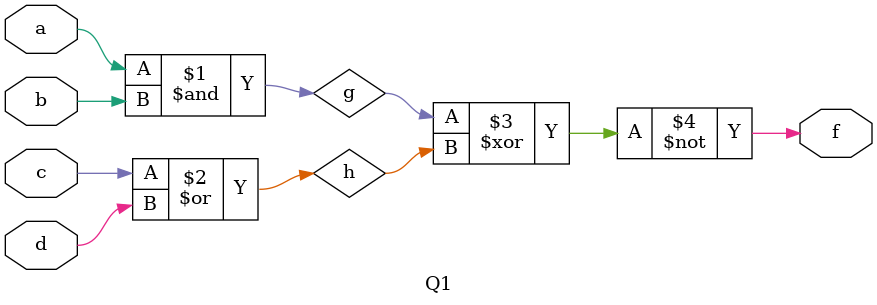
<source format=v>
module Q1(a,b,c,d,f);
	input a,b,c,d;
	output f;
	assign g = a&b;
	assign h = c|d;
	assign f = ~(g^h);
endmodule

</source>
